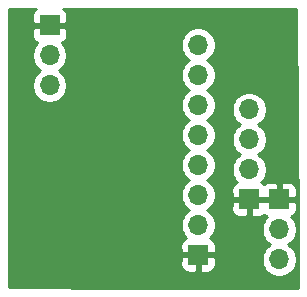
<source format=gbr>
%TF.GenerationSoftware,KiCad,Pcbnew,5.1.9-73d0e3b20d~88~ubuntu20.04.1*%
%TF.CreationDate,2021-04-09T16:28:33+02:00*%
%TF.ProjectId,pcb_port_gobelet,7063625f-706f-4727-945f-676f62656c65,rev?*%
%TF.SameCoordinates,Original*%
%TF.FileFunction,Copper,L1,Top*%
%TF.FilePolarity,Positive*%
%FSLAX46Y46*%
G04 Gerber Fmt 4.6, Leading zero omitted, Abs format (unit mm)*
G04 Created by KiCad (PCBNEW 5.1.9-73d0e3b20d~88~ubuntu20.04.1) date 2021-04-09 16:28:33*
%MOMM*%
%LPD*%
G01*
G04 APERTURE LIST*
%TA.AperFunction,ComponentPad*%
%ADD10R,1.700000X1.700000*%
%TD*%
%TA.AperFunction,ComponentPad*%
%ADD11O,1.700000X1.700000*%
%TD*%
%TA.AperFunction,Conductor*%
%ADD12C,0.254000*%
%TD*%
%TA.AperFunction,Conductor*%
%ADD13C,0.100000*%
%TD*%
G04 APERTURE END LIST*
D10*
%TO.P,MA1,1*%
%TO.N,/GND*%
X139700000Y-130810000D03*
D11*
%TO.P,MA1,2*%
%TO.N,/DATA*%
X139700000Y-128270000D03*
%TO.P,MA1,3*%
%TO.N,/CLK*%
X139700000Y-125730000D03*
%TO.P,MA1,4*%
%TO.N,/VCC5V*%
X139700000Y-123190000D03*
%TD*%
D10*
%TO.P,RJ45,1*%
%TO.N,/GND*%
X135382000Y-135509000D03*
D11*
%TO.P,RJ45,2*%
%TO.N,/3.3V*%
X135382000Y-132969000D03*
%TO.P,RJ45,3*%
%TO.N,/VCC5V*%
X135382000Y-130429000D03*
%TO.P,RJ45,4*%
%TO.N,/CLK*%
X135382000Y-127889000D03*
%TO.P,RJ45,5*%
%TO.N,Net-(RJ45-Pad5)*%
X135382000Y-125349000D03*
%TO.P,RJ45,6*%
%TO.N,/DATA*%
X135382000Y-122809000D03*
%TO.P,RJ45,7*%
%TO.N,/S2*%
X135382000Y-120269000D03*
%TO.P,RJ45,8*%
%TO.N,/S1*%
X135382000Y-117729000D03*
%TD*%
D10*
%TO.P,S1,1*%
%TO.N,/GND*%
X122809000Y-116078000D03*
D11*
%TO.P,S1,2*%
%TO.N,/VCC5V*%
X122809000Y-118618000D03*
%TO.P,S1,3*%
%TO.N,/S1*%
X122809000Y-121158000D03*
%TD*%
D10*
%TO.P,S2,1*%
%TO.N,/GND*%
X142240000Y-130810000D03*
D11*
%TO.P,S2,2*%
%TO.N,/VCC5V*%
X142240000Y-133350000D03*
%TO.P,S2,3*%
%TO.N,/S2*%
X142240000Y-135890000D03*
%TD*%
D12*
%TO.N,/GND*%
X121604506Y-114697463D02*
X121507815Y-114776815D01*
X121428463Y-114873506D01*
X121369498Y-114983820D01*
X121333188Y-115103518D01*
X121320928Y-115228000D01*
X121324000Y-115792250D01*
X121482750Y-115951000D01*
X122682000Y-115951000D01*
X122682000Y-115931000D01*
X122936000Y-115931000D01*
X122936000Y-115951000D01*
X124135250Y-115951000D01*
X124294000Y-115792250D01*
X124297072Y-115228000D01*
X124284812Y-115103518D01*
X124248502Y-114983820D01*
X124189537Y-114873506D01*
X124110185Y-114776815D01*
X124013494Y-114697463D01*
X123943407Y-114660000D01*
X139689646Y-114660000D01*
X143638323Y-114680354D01*
X143840001Y-133839776D01*
X143840001Y-138340000D01*
X129769265Y-138340000D01*
X119360000Y-138181483D01*
X119360000Y-136359000D01*
X133893928Y-136359000D01*
X133906188Y-136483482D01*
X133942498Y-136603180D01*
X134001463Y-136713494D01*
X134080815Y-136810185D01*
X134177506Y-136889537D01*
X134287820Y-136948502D01*
X134407518Y-136984812D01*
X134532000Y-136997072D01*
X135096250Y-136994000D01*
X135255000Y-136835250D01*
X135255000Y-135636000D01*
X135509000Y-135636000D01*
X135509000Y-136835250D01*
X135667750Y-136994000D01*
X136232000Y-136997072D01*
X136356482Y-136984812D01*
X136476180Y-136948502D01*
X136586494Y-136889537D01*
X136683185Y-136810185D01*
X136762537Y-136713494D01*
X136821502Y-136603180D01*
X136857812Y-136483482D01*
X136870072Y-136359000D01*
X136867000Y-135794750D01*
X136708250Y-135636000D01*
X135509000Y-135636000D01*
X135255000Y-135636000D01*
X134055750Y-135636000D01*
X133897000Y-135794750D01*
X133893928Y-136359000D01*
X119360000Y-136359000D01*
X119360000Y-134659000D01*
X133893928Y-134659000D01*
X133897000Y-135223250D01*
X134055750Y-135382000D01*
X135255000Y-135382000D01*
X135255000Y-135362000D01*
X135509000Y-135362000D01*
X135509000Y-135382000D01*
X136708250Y-135382000D01*
X136867000Y-135223250D01*
X136870072Y-134659000D01*
X136857812Y-134534518D01*
X136821502Y-134414820D01*
X136762537Y-134304506D01*
X136683185Y-134207815D01*
X136586494Y-134128463D01*
X136476180Y-134069498D01*
X136403620Y-134047487D01*
X136535475Y-133915632D01*
X136697990Y-133672411D01*
X136809932Y-133402158D01*
X136867000Y-133115260D01*
X136867000Y-132822740D01*
X136809932Y-132535842D01*
X136697990Y-132265589D01*
X136535475Y-132022368D01*
X136328632Y-131815525D01*
X136154240Y-131699000D01*
X136212607Y-131660000D01*
X138211928Y-131660000D01*
X138224188Y-131784482D01*
X138260498Y-131904180D01*
X138319463Y-132014494D01*
X138398815Y-132111185D01*
X138495506Y-132190537D01*
X138605820Y-132249502D01*
X138725518Y-132285812D01*
X138850000Y-132298072D01*
X139414250Y-132295000D01*
X139573000Y-132136250D01*
X139573000Y-130937000D01*
X139827000Y-130937000D01*
X139827000Y-132136250D01*
X139985750Y-132295000D01*
X140550000Y-132298072D01*
X140674482Y-132285812D01*
X140794180Y-132249502D01*
X140904494Y-132190537D01*
X140970000Y-132136778D01*
X141035506Y-132190537D01*
X141145820Y-132249502D01*
X141218380Y-132271513D01*
X141086525Y-132403368D01*
X140924010Y-132646589D01*
X140812068Y-132916842D01*
X140755000Y-133203740D01*
X140755000Y-133496260D01*
X140812068Y-133783158D01*
X140924010Y-134053411D01*
X141086525Y-134296632D01*
X141293368Y-134503475D01*
X141467760Y-134620000D01*
X141293368Y-134736525D01*
X141086525Y-134943368D01*
X140924010Y-135186589D01*
X140812068Y-135456842D01*
X140755000Y-135743740D01*
X140755000Y-136036260D01*
X140812068Y-136323158D01*
X140924010Y-136593411D01*
X141086525Y-136836632D01*
X141293368Y-137043475D01*
X141536589Y-137205990D01*
X141806842Y-137317932D01*
X142093740Y-137375000D01*
X142386260Y-137375000D01*
X142673158Y-137317932D01*
X142943411Y-137205990D01*
X143186632Y-137043475D01*
X143393475Y-136836632D01*
X143555990Y-136593411D01*
X143667932Y-136323158D01*
X143725000Y-136036260D01*
X143725000Y-135743740D01*
X143667932Y-135456842D01*
X143555990Y-135186589D01*
X143393475Y-134943368D01*
X143186632Y-134736525D01*
X143012240Y-134620000D01*
X143186632Y-134503475D01*
X143393475Y-134296632D01*
X143555990Y-134053411D01*
X143667932Y-133783158D01*
X143725000Y-133496260D01*
X143725000Y-133203740D01*
X143667932Y-132916842D01*
X143555990Y-132646589D01*
X143393475Y-132403368D01*
X143261620Y-132271513D01*
X143334180Y-132249502D01*
X143444494Y-132190537D01*
X143541185Y-132111185D01*
X143620537Y-132014494D01*
X143679502Y-131904180D01*
X143715812Y-131784482D01*
X143728072Y-131660000D01*
X143725000Y-131095750D01*
X143566250Y-130937000D01*
X142367000Y-130937000D01*
X142367000Y-130957000D01*
X142113000Y-130957000D01*
X142113000Y-130937000D01*
X139827000Y-130937000D01*
X139573000Y-130937000D01*
X138373750Y-130937000D01*
X138215000Y-131095750D01*
X138211928Y-131660000D01*
X136212607Y-131660000D01*
X136328632Y-131582475D01*
X136535475Y-131375632D01*
X136697990Y-131132411D01*
X136809932Y-130862158D01*
X136867000Y-130575260D01*
X136867000Y-130282740D01*
X136809932Y-129995842D01*
X136795086Y-129960000D01*
X138211928Y-129960000D01*
X138215000Y-130524250D01*
X138373750Y-130683000D01*
X139573000Y-130683000D01*
X139573000Y-130663000D01*
X139827000Y-130663000D01*
X139827000Y-130683000D01*
X142113000Y-130683000D01*
X142113000Y-129483750D01*
X142367000Y-129483750D01*
X142367000Y-130683000D01*
X143566250Y-130683000D01*
X143725000Y-130524250D01*
X143728072Y-129960000D01*
X143715812Y-129835518D01*
X143679502Y-129715820D01*
X143620537Y-129605506D01*
X143541185Y-129508815D01*
X143444494Y-129429463D01*
X143334180Y-129370498D01*
X143214482Y-129334188D01*
X143090000Y-129321928D01*
X142525750Y-129325000D01*
X142367000Y-129483750D01*
X142113000Y-129483750D01*
X141954250Y-129325000D01*
X141390000Y-129321928D01*
X141265518Y-129334188D01*
X141145820Y-129370498D01*
X141035506Y-129429463D01*
X140970000Y-129483222D01*
X140904494Y-129429463D01*
X140794180Y-129370498D01*
X140721620Y-129348487D01*
X140853475Y-129216632D01*
X141015990Y-128973411D01*
X141127932Y-128703158D01*
X141185000Y-128416260D01*
X141185000Y-128123740D01*
X141127932Y-127836842D01*
X141015990Y-127566589D01*
X140853475Y-127323368D01*
X140646632Y-127116525D01*
X140472240Y-127000000D01*
X140646632Y-126883475D01*
X140853475Y-126676632D01*
X141015990Y-126433411D01*
X141127932Y-126163158D01*
X141185000Y-125876260D01*
X141185000Y-125583740D01*
X141127932Y-125296842D01*
X141015990Y-125026589D01*
X140853475Y-124783368D01*
X140646632Y-124576525D01*
X140472240Y-124460000D01*
X140646632Y-124343475D01*
X140853475Y-124136632D01*
X141015990Y-123893411D01*
X141127932Y-123623158D01*
X141185000Y-123336260D01*
X141185000Y-123043740D01*
X141127932Y-122756842D01*
X141015990Y-122486589D01*
X140853475Y-122243368D01*
X140646632Y-122036525D01*
X140403411Y-121874010D01*
X140133158Y-121762068D01*
X139846260Y-121705000D01*
X139553740Y-121705000D01*
X139266842Y-121762068D01*
X138996589Y-121874010D01*
X138753368Y-122036525D01*
X138546525Y-122243368D01*
X138384010Y-122486589D01*
X138272068Y-122756842D01*
X138215000Y-123043740D01*
X138215000Y-123336260D01*
X138272068Y-123623158D01*
X138384010Y-123893411D01*
X138546525Y-124136632D01*
X138753368Y-124343475D01*
X138927760Y-124460000D01*
X138753368Y-124576525D01*
X138546525Y-124783368D01*
X138384010Y-125026589D01*
X138272068Y-125296842D01*
X138215000Y-125583740D01*
X138215000Y-125876260D01*
X138272068Y-126163158D01*
X138384010Y-126433411D01*
X138546525Y-126676632D01*
X138753368Y-126883475D01*
X138927760Y-127000000D01*
X138753368Y-127116525D01*
X138546525Y-127323368D01*
X138384010Y-127566589D01*
X138272068Y-127836842D01*
X138215000Y-128123740D01*
X138215000Y-128416260D01*
X138272068Y-128703158D01*
X138384010Y-128973411D01*
X138546525Y-129216632D01*
X138678380Y-129348487D01*
X138605820Y-129370498D01*
X138495506Y-129429463D01*
X138398815Y-129508815D01*
X138319463Y-129605506D01*
X138260498Y-129715820D01*
X138224188Y-129835518D01*
X138211928Y-129960000D01*
X136795086Y-129960000D01*
X136697990Y-129725589D01*
X136535475Y-129482368D01*
X136328632Y-129275525D01*
X136154240Y-129159000D01*
X136328632Y-129042475D01*
X136535475Y-128835632D01*
X136697990Y-128592411D01*
X136809932Y-128322158D01*
X136867000Y-128035260D01*
X136867000Y-127742740D01*
X136809932Y-127455842D01*
X136697990Y-127185589D01*
X136535475Y-126942368D01*
X136328632Y-126735525D01*
X136154240Y-126619000D01*
X136328632Y-126502475D01*
X136535475Y-126295632D01*
X136697990Y-126052411D01*
X136809932Y-125782158D01*
X136867000Y-125495260D01*
X136867000Y-125202740D01*
X136809932Y-124915842D01*
X136697990Y-124645589D01*
X136535475Y-124402368D01*
X136328632Y-124195525D01*
X136154240Y-124079000D01*
X136328632Y-123962475D01*
X136535475Y-123755632D01*
X136697990Y-123512411D01*
X136809932Y-123242158D01*
X136867000Y-122955260D01*
X136867000Y-122662740D01*
X136809932Y-122375842D01*
X136697990Y-122105589D01*
X136535475Y-121862368D01*
X136328632Y-121655525D01*
X136154240Y-121539000D01*
X136328632Y-121422475D01*
X136535475Y-121215632D01*
X136697990Y-120972411D01*
X136809932Y-120702158D01*
X136867000Y-120415260D01*
X136867000Y-120122740D01*
X136809932Y-119835842D01*
X136697990Y-119565589D01*
X136535475Y-119322368D01*
X136328632Y-119115525D01*
X136154240Y-118999000D01*
X136328632Y-118882475D01*
X136535475Y-118675632D01*
X136697990Y-118432411D01*
X136809932Y-118162158D01*
X136867000Y-117875260D01*
X136867000Y-117582740D01*
X136809932Y-117295842D01*
X136697990Y-117025589D01*
X136535475Y-116782368D01*
X136328632Y-116575525D01*
X136085411Y-116413010D01*
X135815158Y-116301068D01*
X135528260Y-116244000D01*
X135235740Y-116244000D01*
X134948842Y-116301068D01*
X134678589Y-116413010D01*
X134435368Y-116575525D01*
X134228525Y-116782368D01*
X134066010Y-117025589D01*
X133954068Y-117295842D01*
X133897000Y-117582740D01*
X133897000Y-117875260D01*
X133954068Y-118162158D01*
X134066010Y-118432411D01*
X134228525Y-118675632D01*
X134435368Y-118882475D01*
X134609760Y-118999000D01*
X134435368Y-119115525D01*
X134228525Y-119322368D01*
X134066010Y-119565589D01*
X133954068Y-119835842D01*
X133897000Y-120122740D01*
X133897000Y-120415260D01*
X133954068Y-120702158D01*
X134066010Y-120972411D01*
X134228525Y-121215632D01*
X134435368Y-121422475D01*
X134609760Y-121539000D01*
X134435368Y-121655525D01*
X134228525Y-121862368D01*
X134066010Y-122105589D01*
X133954068Y-122375842D01*
X133897000Y-122662740D01*
X133897000Y-122955260D01*
X133954068Y-123242158D01*
X134066010Y-123512411D01*
X134228525Y-123755632D01*
X134435368Y-123962475D01*
X134609760Y-124079000D01*
X134435368Y-124195525D01*
X134228525Y-124402368D01*
X134066010Y-124645589D01*
X133954068Y-124915842D01*
X133897000Y-125202740D01*
X133897000Y-125495260D01*
X133954068Y-125782158D01*
X134066010Y-126052411D01*
X134228525Y-126295632D01*
X134435368Y-126502475D01*
X134609760Y-126619000D01*
X134435368Y-126735525D01*
X134228525Y-126942368D01*
X134066010Y-127185589D01*
X133954068Y-127455842D01*
X133897000Y-127742740D01*
X133897000Y-128035260D01*
X133954068Y-128322158D01*
X134066010Y-128592411D01*
X134228525Y-128835632D01*
X134435368Y-129042475D01*
X134609760Y-129159000D01*
X134435368Y-129275525D01*
X134228525Y-129482368D01*
X134066010Y-129725589D01*
X133954068Y-129995842D01*
X133897000Y-130282740D01*
X133897000Y-130575260D01*
X133954068Y-130862158D01*
X134066010Y-131132411D01*
X134228525Y-131375632D01*
X134435368Y-131582475D01*
X134609760Y-131699000D01*
X134435368Y-131815525D01*
X134228525Y-132022368D01*
X134066010Y-132265589D01*
X133954068Y-132535842D01*
X133897000Y-132822740D01*
X133897000Y-133115260D01*
X133954068Y-133402158D01*
X134066010Y-133672411D01*
X134228525Y-133915632D01*
X134360380Y-134047487D01*
X134287820Y-134069498D01*
X134177506Y-134128463D01*
X134080815Y-134207815D01*
X134001463Y-134304506D01*
X133942498Y-134414820D01*
X133906188Y-134534518D01*
X133893928Y-134659000D01*
X119360000Y-134659000D01*
X119360000Y-116928000D01*
X121320928Y-116928000D01*
X121333188Y-117052482D01*
X121369498Y-117172180D01*
X121428463Y-117282494D01*
X121507815Y-117379185D01*
X121604506Y-117458537D01*
X121714820Y-117517502D01*
X121787380Y-117539513D01*
X121655525Y-117671368D01*
X121493010Y-117914589D01*
X121381068Y-118184842D01*
X121324000Y-118471740D01*
X121324000Y-118764260D01*
X121381068Y-119051158D01*
X121493010Y-119321411D01*
X121655525Y-119564632D01*
X121862368Y-119771475D01*
X122036760Y-119888000D01*
X121862368Y-120004525D01*
X121655525Y-120211368D01*
X121493010Y-120454589D01*
X121381068Y-120724842D01*
X121324000Y-121011740D01*
X121324000Y-121304260D01*
X121381068Y-121591158D01*
X121493010Y-121861411D01*
X121655525Y-122104632D01*
X121862368Y-122311475D01*
X122105589Y-122473990D01*
X122375842Y-122585932D01*
X122662740Y-122643000D01*
X122955260Y-122643000D01*
X123242158Y-122585932D01*
X123512411Y-122473990D01*
X123755632Y-122311475D01*
X123962475Y-122104632D01*
X124124990Y-121861411D01*
X124236932Y-121591158D01*
X124294000Y-121304260D01*
X124294000Y-121011740D01*
X124236932Y-120724842D01*
X124124990Y-120454589D01*
X123962475Y-120211368D01*
X123755632Y-120004525D01*
X123581240Y-119888000D01*
X123755632Y-119771475D01*
X123962475Y-119564632D01*
X124124990Y-119321411D01*
X124236932Y-119051158D01*
X124294000Y-118764260D01*
X124294000Y-118471740D01*
X124236932Y-118184842D01*
X124124990Y-117914589D01*
X123962475Y-117671368D01*
X123830620Y-117539513D01*
X123903180Y-117517502D01*
X124013494Y-117458537D01*
X124110185Y-117379185D01*
X124189537Y-117282494D01*
X124248502Y-117172180D01*
X124284812Y-117052482D01*
X124297072Y-116928000D01*
X124294000Y-116363750D01*
X124135250Y-116205000D01*
X122936000Y-116205000D01*
X122936000Y-116225000D01*
X122682000Y-116225000D01*
X122682000Y-116205000D01*
X121482750Y-116205000D01*
X121324000Y-116363750D01*
X121320928Y-116928000D01*
X119360000Y-116928000D01*
X119360000Y-114660000D01*
X121674593Y-114660000D01*
X121604506Y-114697463D01*
%TA.AperFunction,Conductor*%
D13*
G36*
X121604506Y-114697463D02*
G01*
X121507815Y-114776815D01*
X121428463Y-114873506D01*
X121369498Y-114983820D01*
X121333188Y-115103518D01*
X121320928Y-115228000D01*
X121324000Y-115792250D01*
X121482750Y-115951000D01*
X122682000Y-115951000D01*
X122682000Y-115931000D01*
X122936000Y-115931000D01*
X122936000Y-115951000D01*
X124135250Y-115951000D01*
X124294000Y-115792250D01*
X124297072Y-115228000D01*
X124284812Y-115103518D01*
X124248502Y-114983820D01*
X124189537Y-114873506D01*
X124110185Y-114776815D01*
X124013494Y-114697463D01*
X123943407Y-114660000D01*
X139689646Y-114660000D01*
X143638323Y-114680354D01*
X143840001Y-133839776D01*
X143840001Y-138340000D01*
X129769265Y-138340000D01*
X119360000Y-138181483D01*
X119360000Y-136359000D01*
X133893928Y-136359000D01*
X133906188Y-136483482D01*
X133942498Y-136603180D01*
X134001463Y-136713494D01*
X134080815Y-136810185D01*
X134177506Y-136889537D01*
X134287820Y-136948502D01*
X134407518Y-136984812D01*
X134532000Y-136997072D01*
X135096250Y-136994000D01*
X135255000Y-136835250D01*
X135255000Y-135636000D01*
X135509000Y-135636000D01*
X135509000Y-136835250D01*
X135667750Y-136994000D01*
X136232000Y-136997072D01*
X136356482Y-136984812D01*
X136476180Y-136948502D01*
X136586494Y-136889537D01*
X136683185Y-136810185D01*
X136762537Y-136713494D01*
X136821502Y-136603180D01*
X136857812Y-136483482D01*
X136870072Y-136359000D01*
X136867000Y-135794750D01*
X136708250Y-135636000D01*
X135509000Y-135636000D01*
X135255000Y-135636000D01*
X134055750Y-135636000D01*
X133897000Y-135794750D01*
X133893928Y-136359000D01*
X119360000Y-136359000D01*
X119360000Y-134659000D01*
X133893928Y-134659000D01*
X133897000Y-135223250D01*
X134055750Y-135382000D01*
X135255000Y-135382000D01*
X135255000Y-135362000D01*
X135509000Y-135362000D01*
X135509000Y-135382000D01*
X136708250Y-135382000D01*
X136867000Y-135223250D01*
X136870072Y-134659000D01*
X136857812Y-134534518D01*
X136821502Y-134414820D01*
X136762537Y-134304506D01*
X136683185Y-134207815D01*
X136586494Y-134128463D01*
X136476180Y-134069498D01*
X136403620Y-134047487D01*
X136535475Y-133915632D01*
X136697990Y-133672411D01*
X136809932Y-133402158D01*
X136867000Y-133115260D01*
X136867000Y-132822740D01*
X136809932Y-132535842D01*
X136697990Y-132265589D01*
X136535475Y-132022368D01*
X136328632Y-131815525D01*
X136154240Y-131699000D01*
X136212607Y-131660000D01*
X138211928Y-131660000D01*
X138224188Y-131784482D01*
X138260498Y-131904180D01*
X138319463Y-132014494D01*
X138398815Y-132111185D01*
X138495506Y-132190537D01*
X138605820Y-132249502D01*
X138725518Y-132285812D01*
X138850000Y-132298072D01*
X139414250Y-132295000D01*
X139573000Y-132136250D01*
X139573000Y-130937000D01*
X139827000Y-130937000D01*
X139827000Y-132136250D01*
X139985750Y-132295000D01*
X140550000Y-132298072D01*
X140674482Y-132285812D01*
X140794180Y-132249502D01*
X140904494Y-132190537D01*
X140970000Y-132136778D01*
X141035506Y-132190537D01*
X141145820Y-132249502D01*
X141218380Y-132271513D01*
X141086525Y-132403368D01*
X140924010Y-132646589D01*
X140812068Y-132916842D01*
X140755000Y-133203740D01*
X140755000Y-133496260D01*
X140812068Y-133783158D01*
X140924010Y-134053411D01*
X141086525Y-134296632D01*
X141293368Y-134503475D01*
X141467760Y-134620000D01*
X141293368Y-134736525D01*
X141086525Y-134943368D01*
X140924010Y-135186589D01*
X140812068Y-135456842D01*
X140755000Y-135743740D01*
X140755000Y-136036260D01*
X140812068Y-136323158D01*
X140924010Y-136593411D01*
X141086525Y-136836632D01*
X141293368Y-137043475D01*
X141536589Y-137205990D01*
X141806842Y-137317932D01*
X142093740Y-137375000D01*
X142386260Y-137375000D01*
X142673158Y-137317932D01*
X142943411Y-137205990D01*
X143186632Y-137043475D01*
X143393475Y-136836632D01*
X143555990Y-136593411D01*
X143667932Y-136323158D01*
X143725000Y-136036260D01*
X143725000Y-135743740D01*
X143667932Y-135456842D01*
X143555990Y-135186589D01*
X143393475Y-134943368D01*
X143186632Y-134736525D01*
X143012240Y-134620000D01*
X143186632Y-134503475D01*
X143393475Y-134296632D01*
X143555990Y-134053411D01*
X143667932Y-133783158D01*
X143725000Y-133496260D01*
X143725000Y-133203740D01*
X143667932Y-132916842D01*
X143555990Y-132646589D01*
X143393475Y-132403368D01*
X143261620Y-132271513D01*
X143334180Y-132249502D01*
X143444494Y-132190537D01*
X143541185Y-132111185D01*
X143620537Y-132014494D01*
X143679502Y-131904180D01*
X143715812Y-131784482D01*
X143728072Y-131660000D01*
X143725000Y-131095750D01*
X143566250Y-130937000D01*
X142367000Y-130937000D01*
X142367000Y-130957000D01*
X142113000Y-130957000D01*
X142113000Y-130937000D01*
X139827000Y-130937000D01*
X139573000Y-130937000D01*
X138373750Y-130937000D01*
X138215000Y-131095750D01*
X138211928Y-131660000D01*
X136212607Y-131660000D01*
X136328632Y-131582475D01*
X136535475Y-131375632D01*
X136697990Y-131132411D01*
X136809932Y-130862158D01*
X136867000Y-130575260D01*
X136867000Y-130282740D01*
X136809932Y-129995842D01*
X136795086Y-129960000D01*
X138211928Y-129960000D01*
X138215000Y-130524250D01*
X138373750Y-130683000D01*
X139573000Y-130683000D01*
X139573000Y-130663000D01*
X139827000Y-130663000D01*
X139827000Y-130683000D01*
X142113000Y-130683000D01*
X142113000Y-129483750D01*
X142367000Y-129483750D01*
X142367000Y-130683000D01*
X143566250Y-130683000D01*
X143725000Y-130524250D01*
X143728072Y-129960000D01*
X143715812Y-129835518D01*
X143679502Y-129715820D01*
X143620537Y-129605506D01*
X143541185Y-129508815D01*
X143444494Y-129429463D01*
X143334180Y-129370498D01*
X143214482Y-129334188D01*
X143090000Y-129321928D01*
X142525750Y-129325000D01*
X142367000Y-129483750D01*
X142113000Y-129483750D01*
X141954250Y-129325000D01*
X141390000Y-129321928D01*
X141265518Y-129334188D01*
X141145820Y-129370498D01*
X141035506Y-129429463D01*
X140970000Y-129483222D01*
X140904494Y-129429463D01*
X140794180Y-129370498D01*
X140721620Y-129348487D01*
X140853475Y-129216632D01*
X141015990Y-128973411D01*
X141127932Y-128703158D01*
X141185000Y-128416260D01*
X141185000Y-128123740D01*
X141127932Y-127836842D01*
X141015990Y-127566589D01*
X140853475Y-127323368D01*
X140646632Y-127116525D01*
X140472240Y-127000000D01*
X140646632Y-126883475D01*
X140853475Y-126676632D01*
X141015990Y-126433411D01*
X141127932Y-126163158D01*
X141185000Y-125876260D01*
X141185000Y-125583740D01*
X141127932Y-125296842D01*
X141015990Y-125026589D01*
X140853475Y-124783368D01*
X140646632Y-124576525D01*
X140472240Y-124460000D01*
X140646632Y-124343475D01*
X140853475Y-124136632D01*
X141015990Y-123893411D01*
X141127932Y-123623158D01*
X141185000Y-123336260D01*
X141185000Y-123043740D01*
X141127932Y-122756842D01*
X141015990Y-122486589D01*
X140853475Y-122243368D01*
X140646632Y-122036525D01*
X140403411Y-121874010D01*
X140133158Y-121762068D01*
X139846260Y-121705000D01*
X139553740Y-121705000D01*
X139266842Y-121762068D01*
X138996589Y-121874010D01*
X138753368Y-122036525D01*
X138546525Y-122243368D01*
X138384010Y-122486589D01*
X138272068Y-122756842D01*
X138215000Y-123043740D01*
X138215000Y-123336260D01*
X138272068Y-123623158D01*
X138384010Y-123893411D01*
X138546525Y-124136632D01*
X138753368Y-124343475D01*
X138927760Y-124460000D01*
X138753368Y-124576525D01*
X138546525Y-124783368D01*
X138384010Y-125026589D01*
X138272068Y-125296842D01*
X138215000Y-125583740D01*
X138215000Y-125876260D01*
X138272068Y-126163158D01*
X138384010Y-126433411D01*
X138546525Y-126676632D01*
X138753368Y-126883475D01*
X138927760Y-127000000D01*
X138753368Y-127116525D01*
X138546525Y-127323368D01*
X138384010Y-127566589D01*
X138272068Y-127836842D01*
X138215000Y-128123740D01*
X138215000Y-128416260D01*
X138272068Y-128703158D01*
X138384010Y-128973411D01*
X138546525Y-129216632D01*
X138678380Y-129348487D01*
X138605820Y-129370498D01*
X138495506Y-129429463D01*
X138398815Y-129508815D01*
X138319463Y-129605506D01*
X138260498Y-129715820D01*
X138224188Y-129835518D01*
X138211928Y-129960000D01*
X136795086Y-129960000D01*
X136697990Y-129725589D01*
X136535475Y-129482368D01*
X136328632Y-129275525D01*
X136154240Y-129159000D01*
X136328632Y-129042475D01*
X136535475Y-128835632D01*
X136697990Y-128592411D01*
X136809932Y-128322158D01*
X136867000Y-128035260D01*
X136867000Y-127742740D01*
X136809932Y-127455842D01*
X136697990Y-127185589D01*
X136535475Y-126942368D01*
X136328632Y-126735525D01*
X136154240Y-126619000D01*
X136328632Y-126502475D01*
X136535475Y-126295632D01*
X136697990Y-126052411D01*
X136809932Y-125782158D01*
X136867000Y-125495260D01*
X136867000Y-125202740D01*
X136809932Y-124915842D01*
X136697990Y-124645589D01*
X136535475Y-124402368D01*
X136328632Y-124195525D01*
X136154240Y-124079000D01*
X136328632Y-123962475D01*
X136535475Y-123755632D01*
X136697990Y-123512411D01*
X136809932Y-123242158D01*
X136867000Y-122955260D01*
X136867000Y-122662740D01*
X136809932Y-122375842D01*
X136697990Y-122105589D01*
X136535475Y-121862368D01*
X136328632Y-121655525D01*
X136154240Y-121539000D01*
X136328632Y-121422475D01*
X136535475Y-121215632D01*
X136697990Y-120972411D01*
X136809932Y-120702158D01*
X136867000Y-120415260D01*
X136867000Y-120122740D01*
X136809932Y-119835842D01*
X136697990Y-119565589D01*
X136535475Y-119322368D01*
X136328632Y-119115525D01*
X136154240Y-118999000D01*
X136328632Y-118882475D01*
X136535475Y-118675632D01*
X136697990Y-118432411D01*
X136809932Y-118162158D01*
X136867000Y-117875260D01*
X136867000Y-117582740D01*
X136809932Y-117295842D01*
X136697990Y-117025589D01*
X136535475Y-116782368D01*
X136328632Y-116575525D01*
X136085411Y-116413010D01*
X135815158Y-116301068D01*
X135528260Y-116244000D01*
X135235740Y-116244000D01*
X134948842Y-116301068D01*
X134678589Y-116413010D01*
X134435368Y-116575525D01*
X134228525Y-116782368D01*
X134066010Y-117025589D01*
X133954068Y-117295842D01*
X133897000Y-117582740D01*
X133897000Y-117875260D01*
X133954068Y-118162158D01*
X134066010Y-118432411D01*
X134228525Y-118675632D01*
X134435368Y-118882475D01*
X134609760Y-118999000D01*
X134435368Y-119115525D01*
X134228525Y-119322368D01*
X134066010Y-119565589D01*
X133954068Y-119835842D01*
X133897000Y-120122740D01*
X133897000Y-120415260D01*
X133954068Y-120702158D01*
X134066010Y-120972411D01*
X134228525Y-121215632D01*
X134435368Y-121422475D01*
X134609760Y-121539000D01*
X134435368Y-121655525D01*
X134228525Y-121862368D01*
X134066010Y-122105589D01*
X133954068Y-122375842D01*
X133897000Y-122662740D01*
X133897000Y-122955260D01*
X133954068Y-123242158D01*
X134066010Y-123512411D01*
X134228525Y-123755632D01*
X134435368Y-123962475D01*
X134609760Y-124079000D01*
X134435368Y-124195525D01*
X134228525Y-124402368D01*
X134066010Y-124645589D01*
X133954068Y-124915842D01*
X133897000Y-125202740D01*
X133897000Y-125495260D01*
X133954068Y-125782158D01*
X134066010Y-126052411D01*
X134228525Y-126295632D01*
X134435368Y-126502475D01*
X134609760Y-126619000D01*
X134435368Y-126735525D01*
X134228525Y-126942368D01*
X134066010Y-127185589D01*
X133954068Y-127455842D01*
X133897000Y-127742740D01*
X133897000Y-128035260D01*
X133954068Y-128322158D01*
X134066010Y-128592411D01*
X134228525Y-128835632D01*
X134435368Y-129042475D01*
X134609760Y-129159000D01*
X134435368Y-129275525D01*
X134228525Y-129482368D01*
X134066010Y-129725589D01*
X133954068Y-129995842D01*
X133897000Y-130282740D01*
X133897000Y-130575260D01*
X133954068Y-130862158D01*
X134066010Y-131132411D01*
X134228525Y-131375632D01*
X134435368Y-131582475D01*
X134609760Y-131699000D01*
X134435368Y-131815525D01*
X134228525Y-132022368D01*
X134066010Y-132265589D01*
X133954068Y-132535842D01*
X133897000Y-132822740D01*
X133897000Y-133115260D01*
X133954068Y-133402158D01*
X134066010Y-133672411D01*
X134228525Y-133915632D01*
X134360380Y-134047487D01*
X134287820Y-134069498D01*
X134177506Y-134128463D01*
X134080815Y-134207815D01*
X134001463Y-134304506D01*
X133942498Y-134414820D01*
X133906188Y-134534518D01*
X133893928Y-134659000D01*
X119360000Y-134659000D01*
X119360000Y-116928000D01*
X121320928Y-116928000D01*
X121333188Y-117052482D01*
X121369498Y-117172180D01*
X121428463Y-117282494D01*
X121507815Y-117379185D01*
X121604506Y-117458537D01*
X121714820Y-117517502D01*
X121787380Y-117539513D01*
X121655525Y-117671368D01*
X121493010Y-117914589D01*
X121381068Y-118184842D01*
X121324000Y-118471740D01*
X121324000Y-118764260D01*
X121381068Y-119051158D01*
X121493010Y-119321411D01*
X121655525Y-119564632D01*
X121862368Y-119771475D01*
X122036760Y-119888000D01*
X121862368Y-120004525D01*
X121655525Y-120211368D01*
X121493010Y-120454589D01*
X121381068Y-120724842D01*
X121324000Y-121011740D01*
X121324000Y-121304260D01*
X121381068Y-121591158D01*
X121493010Y-121861411D01*
X121655525Y-122104632D01*
X121862368Y-122311475D01*
X122105589Y-122473990D01*
X122375842Y-122585932D01*
X122662740Y-122643000D01*
X122955260Y-122643000D01*
X123242158Y-122585932D01*
X123512411Y-122473990D01*
X123755632Y-122311475D01*
X123962475Y-122104632D01*
X124124990Y-121861411D01*
X124236932Y-121591158D01*
X124294000Y-121304260D01*
X124294000Y-121011740D01*
X124236932Y-120724842D01*
X124124990Y-120454589D01*
X123962475Y-120211368D01*
X123755632Y-120004525D01*
X123581240Y-119888000D01*
X123755632Y-119771475D01*
X123962475Y-119564632D01*
X124124990Y-119321411D01*
X124236932Y-119051158D01*
X124294000Y-118764260D01*
X124294000Y-118471740D01*
X124236932Y-118184842D01*
X124124990Y-117914589D01*
X123962475Y-117671368D01*
X123830620Y-117539513D01*
X123903180Y-117517502D01*
X124013494Y-117458537D01*
X124110185Y-117379185D01*
X124189537Y-117282494D01*
X124248502Y-117172180D01*
X124284812Y-117052482D01*
X124297072Y-116928000D01*
X124294000Y-116363750D01*
X124135250Y-116205000D01*
X122936000Y-116205000D01*
X122936000Y-116225000D01*
X122682000Y-116225000D01*
X122682000Y-116205000D01*
X121482750Y-116205000D01*
X121324000Y-116363750D01*
X121320928Y-116928000D01*
X119360000Y-116928000D01*
X119360000Y-114660000D01*
X121674593Y-114660000D01*
X121604506Y-114697463D01*
G37*
%TD.AperFunction*%
%TD*%
M02*

</source>
